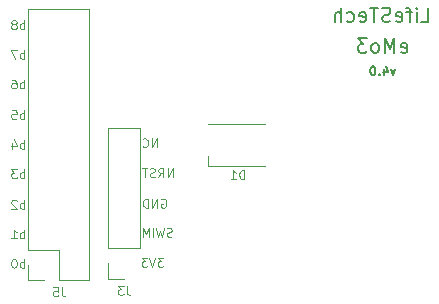
<source format=gbr>
G04 #@! TF.FileFunction,Legend,Bot*
%FSLAX46Y46*%
G04 Gerber Fmt 4.6, Leading zero omitted, Abs format (unit mm)*
G04 Created by KiCad (PCBNEW 4.0.7) date Tuesday, 19 '19e' June '19e' 2018, 11:34:03*
%MOMM*%
%LPD*%
G01*
G04 APERTURE LIST*
%ADD10C,0.100000*%
%ADD11C,0.150000*%
%ADD12C,0.200000*%
%ADD13C,0.120000*%
G04 APERTURE END LIST*
D10*
D11*
X160471429Y-93239286D02*
X160292858Y-93739286D01*
X160114286Y-93239286D01*
X159507143Y-93239286D02*
X159507143Y-93739286D01*
X159685714Y-92953571D02*
X159864286Y-93489286D01*
X159400000Y-93489286D01*
X159114286Y-93667857D02*
X159078571Y-93703571D01*
X159114286Y-93739286D01*
X159150000Y-93703571D01*
X159114286Y-93667857D01*
X159114286Y-93739286D01*
X158614285Y-92989286D02*
X158542857Y-92989286D01*
X158471428Y-93025000D01*
X158435714Y-93060714D01*
X158400000Y-93132143D01*
X158364285Y-93275000D01*
X158364285Y-93453571D01*
X158400000Y-93596429D01*
X158435714Y-93667857D01*
X158471428Y-93703571D01*
X158542857Y-93739286D01*
X158614285Y-93739286D01*
X158685714Y-93703571D01*
X158721428Y-93667857D01*
X158757143Y-93596429D01*
X158792857Y-93453571D01*
X158792857Y-93275000D01*
X158757143Y-93132143D01*
X158721428Y-93060714D01*
X158685714Y-93025000D01*
X158614285Y-92989286D01*
D12*
X160971428Y-91785714D02*
X161085714Y-91842857D01*
X161314285Y-91842857D01*
X161428571Y-91785714D01*
X161485714Y-91671429D01*
X161485714Y-91214286D01*
X161428571Y-91100000D01*
X161314285Y-91042857D01*
X161085714Y-91042857D01*
X160971428Y-91100000D01*
X160914285Y-91214286D01*
X160914285Y-91328571D01*
X161485714Y-91442857D01*
X160400000Y-91842857D02*
X160400000Y-90642857D01*
X160000000Y-91500000D01*
X159600000Y-90642857D01*
X159600000Y-91842857D01*
X158857142Y-91842857D02*
X158971428Y-91785714D01*
X159028571Y-91728571D01*
X159085714Y-91614286D01*
X159085714Y-91271429D01*
X159028571Y-91157143D01*
X158971428Y-91100000D01*
X158857142Y-91042857D01*
X158685714Y-91042857D01*
X158571428Y-91100000D01*
X158514285Y-91157143D01*
X158457142Y-91271429D01*
X158457142Y-91614286D01*
X158514285Y-91728571D01*
X158571428Y-91785714D01*
X158685714Y-91842857D01*
X158857142Y-91842857D01*
X158057142Y-90642857D02*
X157314285Y-90642857D01*
X157714285Y-91100000D01*
X157542857Y-91100000D01*
X157428571Y-91157143D01*
X157371428Y-91214286D01*
X157314285Y-91328571D01*
X157314285Y-91614286D01*
X157371428Y-91728571D01*
X157428571Y-91785714D01*
X157542857Y-91842857D01*
X157885714Y-91842857D01*
X158000000Y-91785714D01*
X158057142Y-91728571D01*
X162671428Y-89242857D02*
X163242857Y-89242857D01*
X163242857Y-88042857D01*
X162271428Y-89242857D02*
X162271428Y-88442857D01*
X162271428Y-88042857D02*
X162328571Y-88100000D01*
X162271428Y-88157143D01*
X162214285Y-88100000D01*
X162271428Y-88042857D01*
X162271428Y-88157143D01*
X161871427Y-88442857D02*
X161414284Y-88442857D01*
X161699999Y-89242857D02*
X161699999Y-88214286D01*
X161642856Y-88100000D01*
X161528570Y-88042857D01*
X161414284Y-88042857D01*
X160557142Y-89185714D02*
X160671428Y-89242857D01*
X160899999Y-89242857D01*
X161014285Y-89185714D01*
X161071428Y-89071429D01*
X161071428Y-88614286D01*
X161014285Y-88500000D01*
X160899999Y-88442857D01*
X160671428Y-88442857D01*
X160557142Y-88500000D01*
X160499999Y-88614286D01*
X160499999Y-88728571D01*
X161071428Y-88842857D01*
X160042857Y-89185714D02*
X159871428Y-89242857D01*
X159585714Y-89242857D01*
X159471428Y-89185714D01*
X159414285Y-89128571D01*
X159357142Y-89014286D01*
X159357142Y-88900000D01*
X159414285Y-88785714D01*
X159471428Y-88728571D01*
X159585714Y-88671429D01*
X159814285Y-88614286D01*
X159928571Y-88557143D01*
X159985714Y-88500000D01*
X160042857Y-88385714D01*
X160042857Y-88271429D01*
X159985714Y-88157143D01*
X159928571Y-88100000D01*
X159814285Y-88042857D01*
X159528571Y-88042857D01*
X159357142Y-88100000D01*
X159014285Y-88042857D02*
X158328571Y-88042857D01*
X158671428Y-89242857D02*
X158671428Y-88042857D01*
X157471428Y-89185714D02*
X157585714Y-89242857D01*
X157814285Y-89242857D01*
X157928571Y-89185714D01*
X157985714Y-89071429D01*
X157985714Y-88614286D01*
X157928571Y-88500000D01*
X157814285Y-88442857D01*
X157585714Y-88442857D01*
X157471428Y-88500000D01*
X157414285Y-88614286D01*
X157414285Y-88728571D01*
X157985714Y-88842857D01*
X156385714Y-89185714D02*
X156500000Y-89242857D01*
X156728571Y-89242857D01*
X156842857Y-89185714D01*
X156900000Y-89128571D01*
X156957143Y-89014286D01*
X156957143Y-88671429D01*
X156900000Y-88557143D01*
X156842857Y-88500000D01*
X156728571Y-88442857D01*
X156500000Y-88442857D01*
X156385714Y-88500000D01*
X155871429Y-89242857D02*
X155871429Y-88042857D01*
X155357143Y-89242857D02*
X155357143Y-88614286D01*
X155414286Y-88500000D01*
X155528572Y-88442857D01*
X155700000Y-88442857D01*
X155814286Y-88500000D01*
X155871429Y-88557143D01*
D10*
X140671428Y-104254517D02*
X140742857Y-104218803D01*
X140850000Y-104218803D01*
X140957143Y-104254517D01*
X141028571Y-104325946D01*
X141064286Y-104397374D01*
X141100000Y-104540231D01*
X141100000Y-104647374D01*
X141064286Y-104790231D01*
X141028571Y-104861660D01*
X140957143Y-104933088D01*
X140850000Y-104968803D01*
X140778571Y-104968803D01*
X140671428Y-104933088D01*
X140635714Y-104897374D01*
X140635714Y-104647374D01*
X140778571Y-104647374D01*
X140314286Y-104968803D02*
X140314286Y-104218803D01*
X139885714Y-104968803D01*
X139885714Y-104218803D01*
X139528572Y-104968803D02*
X139528572Y-104218803D01*
X139350000Y-104218803D01*
X139242857Y-104254517D01*
X139171429Y-104325946D01*
X139135714Y-104397374D01*
X139100000Y-104540231D01*
X139100000Y-104647374D01*
X139135714Y-104790231D01*
X139171429Y-104861660D01*
X139242857Y-104933088D01*
X139350000Y-104968803D01*
X139528572Y-104968803D01*
X140289286Y-99839286D02*
X140289286Y-99089286D01*
X139860714Y-99839286D01*
X139860714Y-99089286D01*
X139075000Y-99767857D02*
X139110714Y-99803571D01*
X139217857Y-99839286D01*
X139289286Y-99839286D01*
X139396429Y-99803571D01*
X139467857Y-99732143D01*
X139503572Y-99660714D01*
X139539286Y-99517857D01*
X139539286Y-99410714D01*
X139503572Y-99267857D01*
X139467857Y-99196429D01*
X139396429Y-99125000D01*
X139289286Y-99089286D01*
X139217857Y-99089286D01*
X139110714Y-99125000D01*
X139075000Y-99160714D01*
X129048602Y-89868803D02*
X129048602Y-89118803D01*
X129048602Y-89404517D02*
X128977173Y-89368803D01*
X128834316Y-89368803D01*
X128762887Y-89404517D01*
X128727173Y-89440231D01*
X128691459Y-89511660D01*
X128691459Y-89725946D01*
X128727173Y-89797374D01*
X128762887Y-89833088D01*
X128834316Y-89868803D01*
X128977173Y-89868803D01*
X129048602Y-89833088D01*
X128262888Y-89440231D02*
X128334316Y-89404517D01*
X128370031Y-89368803D01*
X128405745Y-89297374D01*
X128405745Y-89261660D01*
X128370031Y-89190231D01*
X128334316Y-89154517D01*
X128262888Y-89118803D01*
X128120031Y-89118803D01*
X128048602Y-89154517D01*
X128012888Y-89190231D01*
X127977173Y-89261660D01*
X127977173Y-89297374D01*
X128012888Y-89368803D01*
X128048602Y-89404517D01*
X128120031Y-89440231D01*
X128262888Y-89440231D01*
X128334316Y-89475946D01*
X128370031Y-89511660D01*
X128405745Y-89583088D01*
X128405745Y-89725946D01*
X128370031Y-89797374D01*
X128334316Y-89833088D01*
X128262888Y-89868803D01*
X128120031Y-89868803D01*
X128048602Y-89833088D01*
X128012888Y-89797374D01*
X127977173Y-89725946D01*
X127977173Y-89583088D01*
X128012888Y-89511660D01*
X128048602Y-89475946D01*
X128120031Y-89440231D01*
X129048602Y-92368803D02*
X129048602Y-91618803D01*
X129048602Y-91904517D02*
X128977173Y-91868803D01*
X128834316Y-91868803D01*
X128762887Y-91904517D01*
X128727173Y-91940231D01*
X128691459Y-92011660D01*
X128691459Y-92225946D01*
X128727173Y-92297374D01*
X128762887Y-92333088D01*
X128834316Y-92368803D01*
X128977173Y-92368803D01*
X129048602Y-92333088D01*
X128441459Y-91618803D02*
X127941459Y-91618803D01*
X128262888Y-92368803D01*
X129048602Y-94868803D02*
X129048602Y-94118803D01*
X129048602Y-94404517D02*
X128977173Y-94368803D01*
X128834316Y-94368803D01*
X128762887Y-94404517D01*
X128727173Y-94440231D01*
X128691459Y-94511660D01*
X128691459Y-94725946D01*
X128727173Y-94797374D01*
X128762887Y-94833088D01*
X128834316Y-94868803D01*
X128977173Y-94868803D01*
X129048602Y-94833088D01*
X128048602Y-94118803D02*
X128191459Y-94118803D01*
X128262888Y-94154517D01*
X128298602Y-94190231D01*
X128370031Y-94297374D01*
X128405745Y-94440231D01*
X128405745Y-94725946D01*
X128370031Y-94797374D01*
X128334316Y-94833088D01*
X128262888Y-94868803D01*
X128120031Y-94868803D01*
X128048602Y-94833088D01*
X128012888Y-94797374D01*
X127977173Y-94725946D01*
X127977173Y-94547374D01*
X128012888Y-94475946D01*
X128048602Y-94440231D01*
X128120031Y-94404517D01*
X128262888Y-94404517D01*
X128334316Y-94440231D01*
X128370031Y-94475946D01*
X128405745Y-94547374D01*
X129048602Y-97468803D02*
X129048602Y-96718803D01*
X129048602Y-97004517D02*
X128977173Y-96968803D01*
X128834316Y-96968803D01*
X128762887Y-97004517D01*
X128727173Y-97040231D01*
X128691459Y-97111660D01*
X128691459Y-97325946D01*
X128727173Y-97397374D01*
X128762887Y-97433088D01*
X128834316Y-97468803D01*
X128977173Y-97468803D01*
X129048602Y-97433088D01*
X128012888Y-96718803D02*
X128370031Y-96718803D01*
X128405745Y-97075946D01*
X128370031Y-97040231D01*
X128298602Y-97004517D01*
X128120031Y-97004517D01*
X128048602Y-97040231D01*
X128012888Y-97075946D01*
X127977173Y-97147374D01*
X127977173Y-97325946D01*
X128012888Y-97397374D01*
X128048602Y-97433088D01*
X128120031Y-97468803D01*
X128298602Y-97468803D01*
X128370031Y-97433088D01*
X128405745Y-97397374D01*
X129048602Y-99968803D02*
X129048602Y-99218803D01*
X129048602Y-99504517D02*
X128977173Y-99468803D01*
X128834316Y-99468803D01*
X128762887Y-99504517D01*
X128727173Y-99540231D01*
X128691459Y-99611660D01*
X128691459Y-99825946D01*
X128727173Y-99897374D01*
X128762887Y-99933088D01*
X128834316Y-99968803D01*
X128977173Y-99968803D01*
X129048602Y-99933088D01*
X128048602Y-99468803D02*
X128048602Y-99968803D01*
X128227173Y-99183088D02*
X128405745Y-99718803D01*
X127941459Y-99718803D01*
X129048602Y-102468803D02*
X129048602Y-101718803D01*
X129048602Y-102004517D02*
X128977173Y-101968803D01*
X128834316Y-101968803D01*
X128762887Y-102004517D01*
X128727173Y-102040231D01*
X128691459Y-102111660D01*
X128691459Y-102325946D01*
X128727173Y-102397374D01*
X128762887Y-102433088D01*
X128834316Y-102468803D01*
X128977173Y-102468803D01*
X129048602Y-102433088D01*
X128441459Y-101718803D02*
X127977173Y-101718803D01*
X128227173Y-102004517D01*
X128120031Y-102004517D01*
X128048602Y-102040231D01*
X128012888Y-102075946D01*
X127977173Y-102147374D01*
X127977173Y-102325946D01*
X128012888Y-102397374D01*
X128048602Y-102433088D01*
X128120031Y-102468803D01*
X128334316Y-102468803D01*
X128405745Y-102433088D01*
X128441459Y-102397374D01*
X129048602Y-105068803D02*
X129048602Y-104318803D01*
X129048602Y-104604517D02*
X128977173Y-104568803D01*
X128834316Y-104568803D01*
X128762887Y-104604517D01*
X128727173Y-104640231D01*
X128691459Y-104711660D01*
X128691459Y-104925946D01*
X128727173Y-104997374D01*
X128762887Y-105033088D01*
X128834316Y-105068803D01*
X128977173Y-105068803D01*
X129048602Y-105033088D01*
X128405745Y-104390231D02*
X128370031Y-104354517D01*
X128298602Y-104318803D01*
X128120031Y-104318803D01*
X128048602Y-104354517D01*
X128012888Y-104390231D01*
X127977173Y-104461660D01*
X127977173Y-104533088D01*
X128012888Y-104640231D01*
X128441459Y-105068803D01*
X127977173Y-105068803D01*
X129048602Y-107568803D02*
X129048602Y-106818803D01*
X129048602Y-107104517D02*
X128977173Y-107068803D01*
X128834316Y-107068803D01*
X128762887Y-107104517D01*
X128727173Y-107140231D01*
X128691459Y-107211660D01*
X128691459Y-107425946D01*
X128727173Y-107497374D01*
X128762887Y-107533088D01*
X128834316Y-107568803D01*
X128977173Y-107568803D01*
X129048602Y-107533088D01*
X127977173Y-107568803D02*
X128405745Y-107568803D01*
X128191459Y-107568803D02*
X128191459Y-106818803D01*
X128262888Y-106925946D01*
X128334316Y-106997374D01*
X128405745Y-107033088D01*
X129048602Y-110068803D02*
X129048602Y-109318803D01*
X129048602Y-109604517D02*
X128977173Y-109568803D01*
X128834316Y-109568803D01*
X128762887Y-109604517D01*
X128727173Y-109640231D01*
X128691459Y-109711660D01*
X128691459Y-109925946D01*
X128727173Y-109997374D01*
X128762887Y-110033088D01*
X128834316Y-110068803D01*
X128977173Y-110068803D01*
X129048602Y-110033088D01*
X128227173Y-109318803D02*
X128155745Y-109318803D01*
X128084316Y-109354517D01*
X128048602Y-109390231D01*
X128012888Y-109461660D01*
X127977173Y-109604517D01*
X127977173Y-109783088D01*
X128012888Y-109925946D01*
X128048602Y-109997374D01*
X128084316Y-110033088D01*
X128155745Y-110068803D01*
X128227173Y-110068803D01*
X128298602Y-110033088D01*
X128334316Y-109997374D01*
X128370031Y-109925946D01*
X128405745Y-109783088D01*
X128405745Y-109604517D01*
X128370031Y-109461660D01*
X128334316Y-109390231D01*
X128298602Y-109354517D01*
X128227173Y-109318803D01*
X141632143Y-102368803D02*
X141632143Y-101618803D01*
X141203571Y-102368803D01*
X141203571Y-101618803D01*
X140417857Y-102368803D02*
X140667857Y-102011660D01*
X140846429Y-102368803D02*
X140846429Y-101618803D01*
X140560714Y-101618803D01*
X140489286Y-101654517D01*
X140453571Y-101690231D01*
X140417857Y-101761660D01*
X140417857Y-101868803D01*
X140453571Y-101940231D01*
X140489286Y-101975946D01*
X140560714Y-102011660D01*
X140846429Y-102011660D01*
X140132143Y-102333088D02*
X140025000Y-102368803D01*
X139846429Y-102368803D01*
X139775000Y-102333088D01*
X139739286Y-102297374D01*
X139703571Y-102225946D01*
X139703571Y-102154517D01*
X139739286Y-102083088D01*
X139775000Y-102047374D01*
X139846429Y-102011660D01*
X139989286Y-101975946D01*
X140060714Y-101940231D01*
X140096429Y-101904517D01*
X140132143Y-101833088D01*
X140132143Y-101761660D01*
X140096429Y-101690231D01*
X140060714Y-101654517D01*
X139989286Y-101618803D01*
X139810714Y-101618803D01*
X139703571Y-101654517D01*
X139489285Y-101618803D02*
X139060714Y-101618803D01*
X139275000Y-102368803D02*
X139275000Y-101618803D01*
X141550000Y-107403571D02*
X141442857Y-107439286D01*
X141264286Y-107439286D01*
X141192857Y-107403571D01*
X141157143Y-107367857D01*
X141121428Y-107296429D01*
X141121428Y-107225000D01*
X141157143Y-107153571D01*
X141192857Y-107117857D01*
X141264286Y-107082143D01*
X141407143Y-107046429D01*
X141478571Y-107010714D01*
X141514286Y-106975000D01*
X141550000Y-106903571D01*
X141550000Y-106832143D01*
X141514286Y-106760714D01*
X141478571Y-106725000D01*
X141407143Y-106689286D01*
X141228571Y-106689286D01*
X141121428Y-106725000D01*
X140871428Y-106689286D02*
X140692857Y-107439286D01*
X140550000Y-106903571D01*
X140407142Y-107439286D01*
X140228571Y-106689286D01*
X139942857Y-107439286D02*
X139942857Y-106689286D01*
X139585714Y-107439286D02*
X139585714Y-106689286D01*
X139335714Y-107225000D01*
X139085714Y-106689286D01*
X139085714Y-107439286D01*
X140828571Y-109218803D02*
X140364285Y-109218803D01*
X140614285Y-109504517D01*
X140507143Y-109504517D01*
X140435714Y-109540231D01*
X140400000Y-109575946D01*
X140364285Y-109647374D01*
X140364285Y-109825946D01*
X140400000Y-109897374D01*
X140435714Y-109933088D01*
X140507143Y-109968803D01*
X140721428Y-109968803D01*
X140792857Y-109933088D01*
X140828571Y-109897374D01*
X140149999Y-109218803D02*
X139899999Y-109968803D01*
X139649999Y-109218803D01*
X139471428Y-109218803D02*
X139007142Y-109218803D01*
X139257142Y-109504517D01*
X139150000Y-109504517D01*
X139078571Y-109540231D01*
X139042857Y-109575946D01*
X139007142Y-109647374D01*
X139007142Y-109825946D01*
X139042857Y-109897374D01*
X139078571Y-109933088D01*
X139150000Y-109968803D01*
X139364285Y-109968803D01*
X139435714Y-109933088D01*
X139471428Y-109897374D01*
D13*
X129380745Y-88139517D02*
X134580745Y-88139517D01*
X129380745Y-108519517D02*
X129380745Y-88139517D01*
X134580745Y-111119517D02*
X134580745Y-88139517D01*
X129380745Y-108519517D02*
X131980745Y-108519517D01*
X131980745Y-108519517D02*
X131980745Y-111119517D01*
X131980745Y-111119517D02*
X134580745Y-111119517D01*
X129380745Y-109789517D02*
X129380745Y-111119517D01*
X129380745Y-111119517D02*
X130710745Y-111119517D01*
X144580745Y-101469517D02*
X144580745Y-100569517D01*
X144580745Y-97869517D02*
X149480745Y-97869517D01*
X149480745Y-101469517D02*
X144580745Y-101469517D01*
X136170745Y-98189517D02*
X138830745Y-98189517D01*
X136170745Y-108409517D02*
X136170745Y-98189517D01*
X138830745Y-108409517D02*
X138830745Y-98189517D01*
X136170745Y-108409517D02*
X138830745Y-108409517D01*
X136170745Y-109679517D02*
X136170745Y-111009517D01*
X136170745Y-111009517D02*
X137500745Y-111009517D01*
D10*
X132230745Y-111708803D02*
X132230745Y-112244517D01*
X132266459Y-112351660D01*
X132337888Y-112423088D01*
X132445031Y-112458803D01*
X132516459Y-112458803D01*
X131516459Y-111708803D02*
X131873602Y-111708803D01*
X131909316Y-112065946D01*
X131873602Y-112030231D01*
X131802173Y-111994517D01*
X131623602Y-111994517D01*
X131552173Y-112030231D01*
X131516459Y-112065946D01*
X131480744Y-112137374D01*
X131480744Y-112315946D01*
X131516459Y-112387374D01*
X131552173Y-112423088D01*
X131623602Y-112458803D01*
X131802173Y-112458803D01*
X131873602Y-112423088D01*
X131909316Y-112387374D01*
X147684317Y-102558803D02*
X147684317Y-101808803D01*
X147505745Y-101808803D01*
X147398602Y-101844517D01*
X147327174Y-101915946D01*
X147291459Y-101987374D01*
X147255745Y-102130231D01*
X147255745Y-102237374D01*
X147291459Y-102380231D01*
X147327174Y-102451660D01*
X147398602Y-102523088D01*
X147505745Y-102558803D01*
X147684317Y-102558803D01*
X146541459Y-102558803D02*
X146970031Y-102558803D01*
X146755745Y-102558803D02*
X146755745Y-101808803D01*
X146827174Y-101915946D01*
X146898602Y-101987374D01*
X146970031Y-102023088D01*
X137750745Y-111598803D02*
X137750745Y-112134517D01*
X137786459Y-112241660D01*
X137857888Y-112313088D01*
X137965031Y-112348803D01*
X138036459Y-112348803D01*
X137465030Y-111598803D02*
X137000744Y-111598803D01*
X137250744Y-111884517D01*
X137143602Y-111884517D01*
X137072173Y-111920231D01*
X137036459Y-111955946D01*
X137000744Y-112027374D01*
X137000744Y-112205946D01*
X137036459Y-112277374D01*
X137072173Y-112313088D01*
X137143602Y-112348803D01*
X137357887Y-112348803D01*
X137429316Y-112313088D01*
X137465030Y-112277374D01*
M02*

</source>
